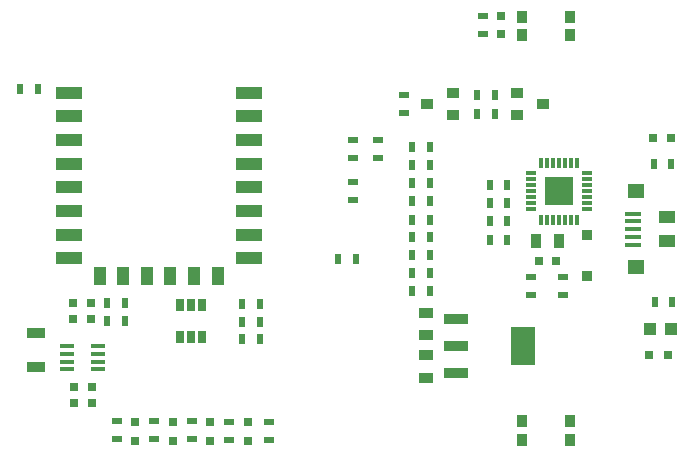
<source format=gtp>
G04*
G04 #@! TF.GenerationSoftware,Altium Limited,Altium Designer,19.0.5 (141)*
G04*
G04 Layer_Color=8421504*
%FSAX25Y25*%
%MOIN*%
G70*
G01*
G75*
%ADD18R,0.05512X0.01575*%
%ADD19R,0.03740X0.01181*%
%ADD20R,0.03543X0.02362*%
%ADD21R,0.02362X0.03543*%
%ADD22R,0.03150X0.03150*%
%ADD23R,0.02756X0.03937*%
%ADD24R,0.04724X0.01575*%
%ADD25R,0.06299X0.03543*%
%ADD26R,0.03150X0.03150*%
%ADD27R,0.08858X0.03937*%
%ADD28R,0.03937X0.05906*%
%ADD29R,0.03937X0.03740*%
%ADD30R,0.03543X0.05118*%
%ADD31R,0.03740X0.03543*%
%ADD32R,0.01181X0.03740*%
%ADD33R,0.09252X0.09252*%
%ADD34R,0.08268X0.12598*%
%ADD35R,0.08268X0.03543*%
%ADD36R,0.05118X0.03543*%
%ADD37R,0.03543X0.03937*%
%ADD38R,0.03937X0.03937*%
%ADD39R,0.05480X0.04102*%
%ADD40R,0.05512X0.04724*%
D18*
X0579828Y0194291D02*
D03*
Y0196850D02*
D03*
Y0201969D02*
D03*
Y0199409D02*
D03*
Y0191732D02*
D03*
D19*
X0545710Y0207540D02*
D03*
Y0209509D02*
D03*
X0564607Y0215414D02*
D03*
Y0213446D02*
D03*
Y0211477D02*
D03*
Y0209509D02*
D03*
Y0207540D02*
D03*
Y0205572D02*
D03*
Y0203603D02*
D03*
X0545710D02*
D03*
Y0205572D02*
D03*
Y0211477D02*
D03*
Y0213446D02*
D03*
Y0215414D02*
D03*
D20*
X0486500Y0206500D02*
D03*
Y0212405D02*
D03*
X0445225Y0126713D02*
D03*
Y0132618D02*
D03*
X0432740Y0126917D02*
D03*
Y0132823D02*
D03*
X0420254Y0132823D02*
D03*
Y0126917D02*
D03*
X0407768Y0132823D02*
D03*
Y0126917D02*
D03*
X0495000Y0220547D02*
D03*
Y0226453D02*
D03*
X0486500Y0220547D02*
D03*
Y0226453D02*
D03*
X0556500Y0175047D02*
D03*
Y0180953D02*
D03*
X0546000Y0174837D02*
D03*
Y0180742D02*
D03*
X0458500Y0132453D02*
D03*
Y0126547D02*
D03*
X0530000Y0262047D02*
D03*
Y0267953D02*
D03*
X0503500Y0235680D02*
D03*
Y0241585D02*
D03*
D21*
X0512238Y0224155D02*
D03*
X0506332D02*
D03*
X0512238Y0218155D02*
D03*
X0506332D02*
D03*
X0512238Y0212188D02*
D03*
X0506332D02*
D03*
X0512238Y0188217D02*
D03*
X0506332D02*
D03*
X0512238Y0182112D02*
D03*
X0506332D02*
D03*
X0410453Y0172229D02*
D03*
X0404547D02*
D03*
X0410453Y0166220D02*
D03*
X0404547D02*
D03*
X0449569Y0160100D02*
D03*
X0455474D02*
D03*
X0455474Y0166024D02*
D03*
X0449568D02*
D03*
X0455474Y0172024D02*
D03*
X0449568D02*
D03*
X0375547Y0243500D02*
D03*
X0381453D02*
D03*
X0527950Y0235329D02*
D03*
X0533855D02*
D03*
X0533855Y0241595D02*
D03*
X0527950D02*
D03*
X0537954Y0205521D02*
D03*
X0532048D02*
D03*
X0537954Y0211426D02*
D03*
X0532048D02*
D03*
X0532048Y0199500D02*
D03*
X0537954D02*
D03*
X0532048Y0193315D02*
D03*
X0537954D02*
D03*
X0512238Y0206155D02*
D03*
X0506332D02*
D03*
X0512238Y0200000D02*
D03*
X0506332D02*
D03*
X0512238Y0194165D02*
D03*
X0506332D02*
D03*
X0506332Y0176146D02*
D03*
X0512238D02*
D03*
X0487453Y0186900D02*
D03*
X0481547D02*
D03*
X0587047Y0172441D02*
D03*
X0592953D02*
D03*
X0586774Y0218504D02*
D03*
X0592679D02*
D03*
D22*
X0393200Y0172317D02*
D03*
X0399105D02*
D03*
X0393200Y0166935D02*
D03*
X0399105D02*
D03*
X0399447Y0144325D02*
D03*
X0393541D02*
D03*
X0399447Y0138825D02*
D03*
X0393541D02*
D03*
X0554274Y0186221D02*
D03*
X0548369D02*
D03*
X0585350Y0155000D02*
D03*
X0591650D02*
D03*
X0586524Y0227276D02*
D03*
X0592429D02*
D03*
D23*
X0436240Y0160807D02*
D03*
X0432500D02*
D03*
X0428760D02*
D03*
Y0171634D02*
D03*
X0432500D02*
D03*
X0436240D02*
D03*
D24*
X0391300Y0157771D02*
D03*
Y0155212D02*
D03*
Y0152653D02*
D03*
Y0150094D02*
D03*
X0401536D02*
D03*
Y0152653D02*
D03*
Y0155212D02*
D03*
Y0157771D02*
D03*
D25*
X0380700Y0162309D02*
D03*
Y0150891D02*
D03*
D26*
X0451468Y0126122D02*
D03*
Y0132421D02*
D03*
X0438982Y0126221D02*
D03*
Y0132520D02*
D03*
X0426497Y0126221D02*
D03*
Y0132520D02*
D03*
X0414011Y0126221D02*
D03*
Y0132520D02*
D03*
X0536000Y0267953D02*
D03*
Y0262047D02*
D03*
D27*
X0451772Y0187165D02*
D03*
Y0195039D02*
D03*
Y0202913D02*
D03*
Y0210787D02*
D03*
Y0218661D02*
D03*
Y0226535D02*
D03*
Y0234409D02*
D03*
Y0242284D02*
D03*
X0391732D02*
D03*
Y0234409D02*
D03*
Y0226535D02*
D03*
Y0218661D02*
D03*
Y0210787D02*
D03*
Y0202913D02*
D03*
Y0195039D02*
D03*
Y0187165D02*
D03*
D28*
X0402067Y0181260D02*
D03*
X0409941D02*
D03*
X0417815D02*
D03*
X0425689D02*
D03*
X0433563D02*
D03*
X0441437D02*
D03*
D29*
X0519994Y0234892D02*
D03*
X0519994Y0242372D02*
D03*
X0511136Y0238632D02*
D03*
X0541136Y0242372D02*
D03*
X0541136Y0234892D02*
D03*
X0549994Y0238632D02*
D03*
D30*
X0555161Y0193039D02*
D03*
X0547681D02*
D03*
D31*
X0564607Y0181110D02*
D03*
Y0194890D02*
D03*
D32*
X0549253Y0218957D02*
D03*
X0551221D02*
D03*
X0553190D02*
D03*
X0555158D02*
D03*
X0557127D02*
D03*
X0559095D02*
D03*
X0561064D02*
D03*
Y0200060D02*
D03*
X0559095D02*
D03*
X0557127D02*
D03*
X0555158D02*
D03*
X0553190D02*
D03*
X0551221D02*
D03*
X0549253D02*
D03*
D33*
X0555158Y0209509D02*
D03*
D34*
X0543265Y0157794D02*
D03*
D35*
X0520825Y0148739D02*
D03*
Y0157794D02*
D03*
Y0166849D02*
D03*
D36*
X0510878Y0168969D02*
D03*
Y0161489D02*
D03*
Y0147380D02*
D03*
Y0154861D02*
D03*
D37*
X0542858Y0132799D02*
D03*
X0559000D02*
D03*
Y0126500D02*
D03*
X0542858D02*
D03*
Y0267717D02*
D03*
X0559000D02*
D03*
Y0261417D02*
D03*
X0542858D02*
D03*
D38*
X0592543Y0163692D02*
D03*
X0585457D02*
D03*
D39*
X0591048Y0200886D02*
D03*
Y0192815D02*
D03*
D40*
X0580713Y0209449D02*
D03*
Y0184252D02*
D03*
M02*

</source>
